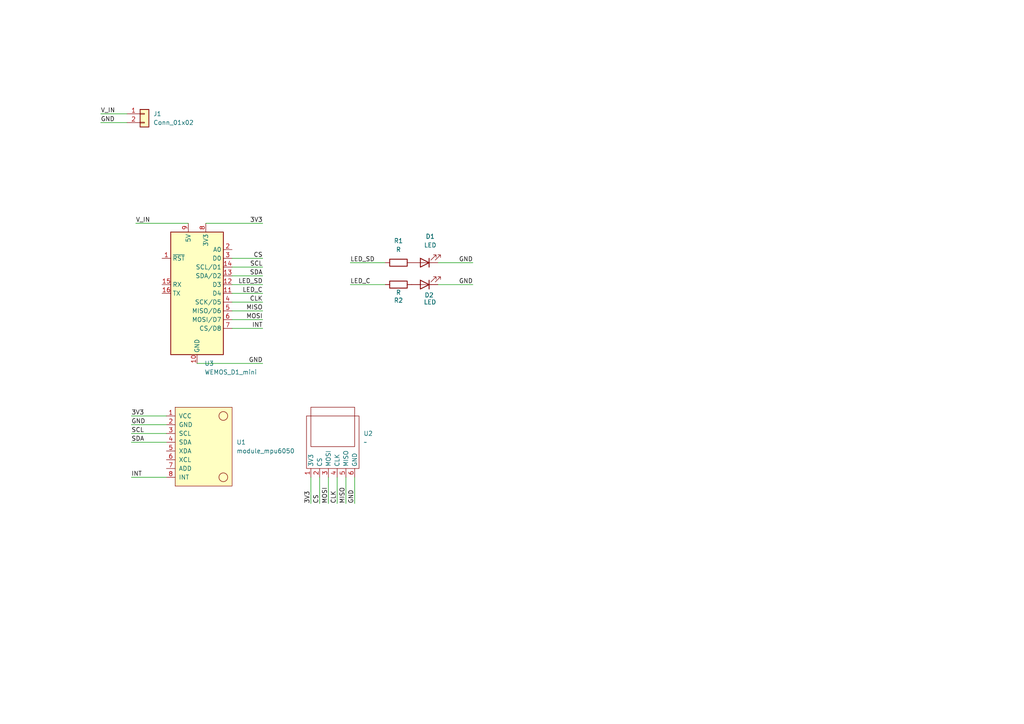
<source format=kicad_sch>
(kicad_sch (version 20250114) (generator "eeschema") (generator_version "9.0")
  (paper "A4")
  (lib_symbols
    (symbol "Connector_Generic:Conn_01x02" (pin_names (offset 1.016) (hide yes))
      (property "Reference" "J" (at 0 2.54 0))
      (property "Value" "Conn_01x02" (at 0 -5.08 0))
      (symbol "Conn_01x02_1_1"
        (rectangle (start -1.27 1.27) (end 1.27 -3.81) (stroke (width 0.254)) (fill (type background)))
        (rectangle (start -1.27 0.127) (end 0 -0.127) (stroke (width 0.1524)))
        (rectangle (start -1.27 -2.413) (end 0 -2.667) (stroke (width 0.1524)))
        (pin passive line (at -5.08 0 0) (length 3.81) (name "Pin_1") (number "1"))
        (pin passive line (at -5.08 -2.54 0) (length 3.81) (name "Pin_2") (number "2"))
      )
    )
    (symbol "Device:LED" (pin_numbers (hide yes)) (pin_names (offset 1.016) (hide yes))
      (property "Reference" "D" (at 0 2.54 0))
      (property "Value" "LED" (at 0 -2.54 0))
      (symbol "LED_0_1"
        (polyline (pts (xy -3.048 -0.762) (xy -4.572 -2.286) (xy -3.81 -2.286) (xy -4.572 -2.286) (xy -4.572 -1.524)))
        (polyline (pts (xy -1.778 -0.762) (xy -3.302 -2.286) (xy -2.54 -2.286) (xy -3.302 -2.286) (xy -3.302 -1.524)))
        (polyline (pts (xy -1.27 0) (xy 1.27 0)))
        (polyline (pts (xy -1.27 -1.27) (xy -1.27 1.27)) (stroke (width 0.254)))
        (polyline (pts (xy 1.27 -1.27) (xy 1.27 1.27) (xy -1.27 0) (xy 1.27 -1.27)) (stroke (width 0.254)))
      )
      (symbol "LED_1_1"
        (pin passive line (at -3.81 0 0) (length 2.54) (name "K") (number "1"))
        (pin passive line (at 3.81 0 180) (length 2.54) (name "A") (number "2"))
      )
    )
    (symbol "Device:R" (pin_numbers (hide yes)) (pin_names (offset 0))
      (property "Reference" "R" (at 2.032 0 90))
      (property "Value" "R" (at 0 0 90))
      (symbol "R_0_1"
        (rectangle (start -1.016 -2.54) (end 1.016 2.54) (stroke (width 0.254)))
      )
      (symbol "R_1_1"
        (pin passive line (at 0 3.81 270) (length 1.27) (name "~") (number "1"))
        (pin passive line (at 0 -3.81 90) (length 1.27) (name "~") (number "2"))
      )
    )
    (symbol "RF_Module:WEMOS_D1_mini"
      (property "Reference" "U" (at 3.81 19.05 0))
      (property "Value" "WEMOS_D1_mini" (at 1.27 -19.05 0))
      (symbol "WEMOS_D1_mini_1_1"
        (rectangle (start -7.62 17.78) (end 7.62 -17.78) (stroke (width 0.254)) (fill (type background)))
        (pin input line (at -10.16 10.16 0) (length 2.54) (name "~{RST}") (number "1"))
        (pin input line (at -10.16 2.54 0) (length 2.54) (name "RX") (number "15"))
        (pin output line (at -10.16 0 0) (length 2.54) (name "TX") (number "16"))
        (pin power_in line (at -2.54 20.32 270) (length 2.54) (name "5V") (number "9"))
        (pin power_in line (at 0 -20.32 90) (length 2.54) (name "GND") (number "10"))
        (pin power_out line (at 2.54 20.32 270) (length 2.54) (name "3V3") (number "8"))
        (pin input line (at 10.16 12.7 180) (length 2.54) (name "A0") (number "2"))
        (pin bidirectional line (at 10.16 10.16 180) (length 2.54) (name "D0") (number "3"))
        (pin bidirectional line (at 10.16 7.62 180) (length 2.54) (name "SCL/D1") (number "14"))
        (pin bidirectional line (at 10.16 5.08 180) (length 2.54) (name "SDA/D2") (number "13"))
        (pin bidirectional line (at 10.16 2.54 180) (length 2.54) (name "D3") (number "12"))
        (pin bidirectional line (at 10.16 0 180) (length 2.54) (name "D4") (number "11"))
        (pin bidirectional line (at 10.16 -2.54 180) (length 2.54) (name "SCK/D5") (number "4"))
        (pin bidirectional line (at 10.16 -5.08 180) (length 2.54) (name "MISO/D6") (number "5"))
        (pin bidirectional line (at 10.16 -7.62 180) (length 2.54) (name "MOSI/D7") (number "6"))
        (pin bidirectional line (at 10.16 -10.16 180) (length 2.54) (name "CS/D8") (number "7"))
      )
    )
    (symbol "microsd_reader:MicroSD_Reader"
      (property "Reference" "U" (at 0 11.176 0))
      (symbol "MicroSD_Reader_0_1"
        (rectangle (start -7.62 7.62) (end 7.62 -7.62))
        (rectangle (start -6.35 10.16) (end 6.35 -1.27))
      )
      (symbol "MicroSD_Reader_1_1"
        (pin passive line (at -6.35 -10.16 90) (length 2.54) (name "3V3") (number "1"))
        (pin passive line (at -3.81 -10.16 90) (length 2.54) (name "CS") (number "2"))
        (pin passive line (at -1.27 -10.16 90) (length 2.54) (name "MOSI") (number "3"))
        (pin passive line (at 1.27 -10.16 90) (length 2.54) (name "CLK") (number "4"))
        (pin passive line (at 3.81 -10.16 90) (length 2.54) (name "MISO") (number "5"))
        (pin passive line (at 6.35 -10.16 90) (length 2.54) (name "GND") (number "6"))
      )
    )
    (symbol "usini_sensors:module_mpu6050" (pin_names (offset 1.016))
      (property "Reference" "U" (at 2.54 21.59 0))
      (property "Value" "module_mpu6050" (at 11.43 -3.81 0))
      (symbol "module_mpu6050_0_1"
        (rectangle (start 2.54 20.32) (end 19.05 -2.54) (fill (type background)))
        (circle (center 16.51 17.78) (radius 1.27))
        (circle (center 16.51 0) (radius 1.27))
      )
      (symbol "module_mpu6050_1_1"
        (pin input line (at 0 17.78 0) (length 2.54) (name "VCC") (number "1"))
        (pin input line (at 0 15.24 0) (length 2.54) (name "GND") (number "2"))
        (pin input line (at 0 12.7 0) (length 2.54) (name "SCL") (number "3"))
        (pin input line (at 0 10.16 0) (length 2.54) (name "SDA") (number "4"))
        (pin input line (at 0 7.62 0) (length 2.54) (name "XDA") (number "5"))
        (pin input line (at 0 5.08 0) (length 2.54) (name "XCL") (number "6"))
        (pin input line (at 0 2.54 0) (length 2.54) (name "ADD") (number "7"))
        (pin input line (at 0 0 0) (length 2.54) (name "INT") (number "8"))
      )
    )
  )
  (wire (pts (xy 100.33 138.43) (xy 100.33 146.05)))
  (wire (pts (xy 67.31 77.47) (xy 76.2 77.47)))
  (wire (pts (xy 67.31 80.01) (xy 76.2 80.01)))
  (wire (pts (xy 29.21 35.56) (xy 36.83 35.56)))
  (wire (pts (xy 90.17 138.43) (xy 90.17 146.05)))
  (wire (pts (xy 38.1 128.27) (xy 48.26 128.27)))
  (wire (pts (xy 97.79 138.43) (xy 97.79 146.05)))
  (wire (pts (xy 102.87 138.43) (xy 102.87 146.05)))
  (wire (pts (xy 38.1 125.73) (xy 48.26 125.73)))
  (wire (pts (xy 59.69 64.77) (xy 76.2 64.77)))
  (wire (pts (xy 57.15 105.41) (xy 76.2 105.41)))
  (wire (pts (xy 38.1 138.43) (xy 48.26 138.43)))
  (wire (pts (xy 67.31 90.17) (xy 76.2 90.17)))
  (wire (pts (xy 67.31 92.71) (xy 76.2 92.71)))
  (wire (pts (xy 67.31 95.25) (xy 76.2 95.25)))
  (wire (pts (xy 95.25 138.43) (xy 95.25 146.05)))
  (wire (pts (xy 39.37 64.77) (xy 54.61 64.77)))
  (wire (pts (xy 101.6 82.55) (xy 111.76 82.55)))
  (wire (pts (xy 92.71 138.43) (xy 92.71 146.05)))
  (wire (pts (xy 127 76.2) (xy 137.16 76.2)))
  (wire (pts (xy 101.6 76.2) (xy 111.76 76.2)))
  (wire (pts (xy 127 82.55) (xy 137.16 82.55)))
  (wire (pts (xy 67.31 85.09) (xy 76.2 85.09)))
  (wire (pts (xy 67.31 87.63) (xy 76.2 87.63)))
  (wire (pts (xy 38.1 123.19) (xy 48.26 123.19)))
  (wire (pts (xy 29.21 33.02) (xy 36.83 33.02)))
  (wire (pts (xy 67.31 82.55) (xy 76.2 82.55)))
  (wire (pts (xy 67.31 74.93) (xy 76.2 74.93)))
  (wire (pts (xy 38.1 120.65) (xy 48.26 120.65)))
  (label "GND" (at 102.87 146.05 90))
  (label "V_IN" (at 39.37 64.77 0))
  (label "SDA" (at 38.1 128.27 0))
  (label "GND" (at 137.16 82.55 180))
  (label "CLK" (at 76.2 87.63 180))
  (label "INT" (at 76.2 95.25 180))
  (label "LED_C" (at 76.2 85.09 180))
  (label "GND" (at 29.21 35.56 0))
  (label "CS" (at 76.2 74.93 180))
  (label "SDA" (at 76.2 80.01 180))
  (label "3V3" (at 76.2 64.77 180))
  (label "3V3" (at 38.1 120.65 0))
  (label "LED_SD" (at 76.2 82.55 180))
  (label "GND" (at 38.1 123.19 0))
  (label "LED_SD" (at 101.6 76.2 0))
  (label "CS" (at 92.71 146.05 90))
  (label "LED_C" (at 101.6 82.55 0))
  (label "SCL" (at 76.2 77.47 180))
  (label "CLK" (at 97.79 146.05 90))
  (label "3V3" (at 90.17 146.05 90))
  (label "GND" (at 76.2 105.41 180))
  (label "MOSI" (at 95.25 146.05 90))
  (label "SCL" (at 38.1 125.73 0))
  (label "MOSI" (at 76.2 92.71 180))
  (label "INT" (at 38.1 138.43 0))
  (label "GND" (at 137.16 76.2 180))
  (label "MISO" (at 100.33 146.05 90))
  (label "V_IN" (at 29.21 33.02 0))
  (label "MISO" (at 76.2 90.17 180))
  (symbol (lib_id "Device:LED") (at 123.19 82.55 180) (unit 1)
    (property "Reference" "D2" (at 124.46 85.598 0))
    (property "Value" "LED" (at 124.714 87.63 0))
    (property "Footprint" "LED_THT:LED_D5.0mm" (effects (hide yes)))
    (property "Description" "Light emitting diode" (effects (hide yes)))
    (property "Sim.Pins" "1=K 2=A" (effects (hide yes)))
  )
  (symbol (lib_id "Device:R") (at 115.57 82.55 90) (unit 1)
    (property "Reference" "R2" (at 115.57 87.122 90))
    (property "Value" "R" (at 115.57 84.836 90))
    (property "Footprint" "Resistor_SMD:R_1206_3216Metric" (effects (hide yes)))
    (property "Description" "Resistor" (effects (hide yes)))
  )
  (symbol (lib_id "Device:LED") (at 123.19 76.2 180) (unit 1)
    (property "Reference" "D1" (at 124.7775 68.58 0))
    (property "Value" "LED" (at 124.7775 71.12 0))
    (property "Footprint" "LED_THT:LED_D5.0mm" (effects (hide yes)))
    (property "Description" "Light emitting diode" (effects (hide yes)))
    (property "Sim.Pins" "1=K 2=A" (effects (hide yes)))
  )
  (symbol (lib_id "Connector_Generic:Conn_01x02") (at 41.91 33.02 0) (unit 1)
    (property "Reference" "J1" (at 44.45 33.0199 0) (effects (justify left)))
    (property "Value" "Conn_01x02" (at 44.45 35.5599 0) (effects (justify left)))
    (property "Footprint" "Connector_PinHeader_2.54mm:PinHeader_1x02_P2.54mm_Vertical" (effects (hide yes)))
    (property "Description" "Generic connector, single row, 01x02, script generated (kicad-library-utils/schlib/autogen/connector/)" (effects (hide yes)))
  )
  (symbol (lib_id "RF_Module:WEMOS_D1_mini") (at 57.15 85.09 0) (unit 1)
    (property "Reference" "U3" (at 59.2933 105.41 0) (effects (justify left)))
    (property "Value" "WEMOS_D1_mini" (at 59.2933 107.95 0) (effects (justify left)))
    (property "Footprint" "RF_Module:WEMOS_D1_mini_light" (effects (hide yes)))
    (property "Datasheet" "https://wiki.wemos.cc/products:d1:d1_mini#documentation" (effects (hide yes)))
    (property "Description" "32-bit microcontroller module with WiFi" (effects (hide yes)))
  )
  (symbol (lib_id "usini_sensors:module_mpu6050") (at 48.26 138.43 0) (unit 1)
    (property "Reference" "U1" (at 68.58 128.2699 0) (effects (justify left)))
    (property "Value" "module_mpu6050" (at 68.58 130.8099 0) (effects (justify left)))
    (property "Footprint" "usini_sensors:module_mpu6050" (effects (hide yes)))
  )
  (symbol (lib_id "microsd_reader:MicroSD_Reader") (at 96.52 128.27 0) (unit 1)
    (property "Reference" "U2" (at 105.41 125.7299 0) (effects (justify left)))
    (property "Value" "~" (at 105.41 128.2699 0) (effects (justify left)))
    (property "Footprint" "micro_sd:PinHeader_1x06_P2.54mm_Vertical" (effects (hide yes)))
  )
  (symbol (lib_id "Device:R") (at 115.57 76.2 90) (unit 1)
    (property "Reference" "R1" (at 115.57 69.85 90))
    (property "Value" "R" (at 115.57 72.39 90))
    (property "Footprint" "Resistor_SMD:R_1206_3216Metric" (effects (hide yes)))
    (property "Description" "Resistor" (effects (hide yes)))
  )
)
</source>
